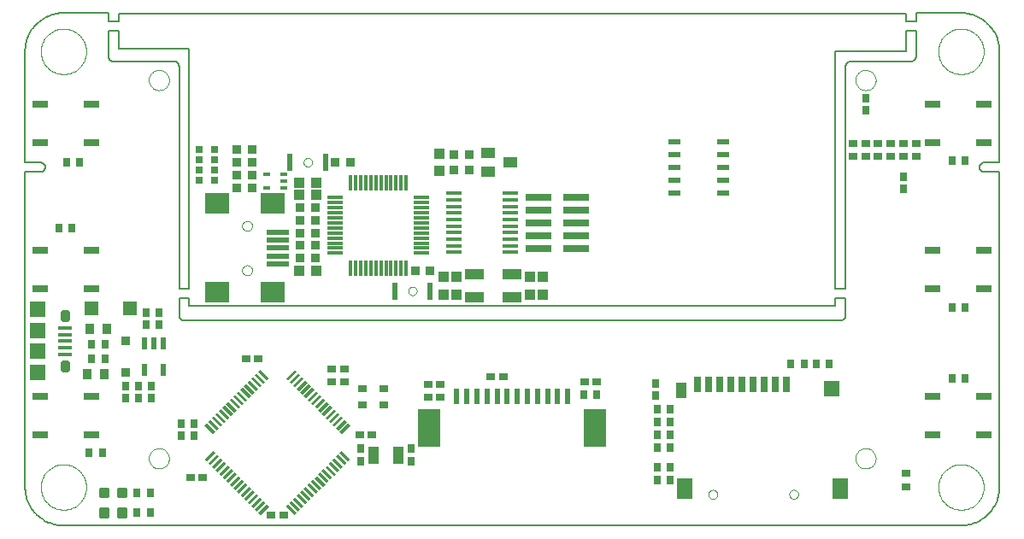
<source format=gtp>
G75*
%MOIN*%
%OFA0B0*%
%FSLAX24Y24*%
%IPPOS*%
%LPD*%
%AMOC8*
5,1,8,0,0,1.08239X$1,22.5*
%
%ADD10C,0.0050*%
%ADD11C,0.0000*%
%ADD12R,0.0217X0.0472*%
%ADD13R,0.0276X0.0354*%
%ADD14R,0.0291X0.0364*%
%ADD15R,0.0370X0.0400*%
%ADD16R,0.0600X0.0300*%
%ADD17R,0.0364X0.0291*%
%ADD18R,0.0551X0.0551*%
%ADD19R,0.0531X0.0157*%
%ADD20C,0.0281*%
%ADD21R,0.0610X0.0648*%
%ADD22R,0.0610X0.0591*%
%ADD23R,0.0300X0.0600*%
%ADD24R,0.0400X0.0600*%
%ADD25R,0.0600X0.0800*%
%ADD26R,0.0600X0.0600*%
%ADD27R,0.0197X0.0591*%
%ADD28R,0.0866X0.1496*%
%ADD29R,0.0472X0.0118*%
%ADD30R,0.0118X0.0472*%
%ADD31R,0.0354X0.0276*%
%ADD32C,0.0118*%
%ADD33R,0.0374X0.0354*%
%ADD34R,0.0394X0.0709*%
%ADD35R,0.0354X0.0256*%
%ADD36R,0.0500X0.0200*%
%ADD37R,0.0591X0.0118*%
%ADD38R,0.0118X0.0591*%
%ADD39R,0.0551X0.0394*%
%ADD40R,0.1024X0.0256*%
%ADD41R,0.0354X0.0354*%
%ADD42R,0.0945X0.0787*%
%ADD43R,0.0909X0.0197*%
%ADD44R,0.0236X0.0669*%
%ADD45R,0.0630X0.0138*%
%ADD46R,0.0425X0.0413*%
%ADD47R,0.0748X0.0433*%
%ADD48R,0.0315X0.0315*%
%ADD49R,0.0315X0.0138*%
%ADD50R,0.0413X0.0425*%
D10*
X002625Y004169D02*
X037625Y004169D01*
X037701Y004171D01*
X037777Y004177D01*
X037852Y004186D01*
X037927Y004200D01*
X038001Y004217D01*
X038074Y004238D01*
X038146Y004262D01*
X038217Y004291D01*
X038286Y004322D01*
X038353Y004357D01*
X038418Y004396D01*
X038482Y004438D01*
X038543Y004483D01*
X038602Y004531D01*
X038658Y004582D01*
X038712Y004636D01*
X038763Y004692D01*
X038811Y004751D01*
X038856Y004812D01*
X038898Y004876D01*
X038937Y004941D01*
X038972Y005008D01*
X039003Y005077D01*
X039032Y005148D01*
X039056Y005220D01*
X039077Y005293D01*
X039094Y005367D01*
X039108Y005442D01*
X039117Y005517D01*
X039123Y005593D01*
X039125Y005669D01*
X039125Y017976D01*
X038515Y017976D01*
X038490Y017978D01*
X038465Y017983D01*
X038441Y017992D01*
X038419Y018004D01*
X038399Y018019D01*
X038381Y018037D01*
X038366Y018057D01*
X038354Y018079D01*
X038345Y018103D01*
X038340Y018128D01*
X038338Y018153D01*
X038340Y018178D01*
X038345Y018203D01*
X038354Y018227D01*
X038366Y018249D01*
X038381Y018269D01*
X038399Y018287D01*
X038419Y018302D01*
X038441Y018314D01*
X038465Y018323D01*
X038490Y018328D01*
X038515Y018330D01*
X039125Y018330D01*
X039125Y022669D01*
X039123Y022745D01*
X039117Y022821D01*
X039108Y022896D01*
X039094Y022971D01*
X039077Y023045D01*
X039056Y023118D01*
X039032Y023190D01*
X039003Y023261D01*
X038972Y023330D01*
X038937Y023397D01*
X038898Y023462D01*
X038856Y023526D01*
X038811Y023587D01*
X038763Y023646D01*
X038712Y023702D01*
X038658Y023756D01*
X038602Y023807D01*
X038543Y023855D01*
X038482Y023900D01*
X038418Y023942D01*
X038353Y023981D01*
X038286Y024016D01*
X038217Y024047D01*
X038146Y024076D01*
X038074Y024100D01*
X038001Y024121D01*
X037927Y024138D01*
X037852Y024152D01*
X037777Y024161D01*
X037701Y024167D01*
X037625Y024169D01*
X035869Y024169D01*
X035869Y023854D01*
X035475Y023854D01*
X035475Y024149D01*
X004767Y024149D01*
X004767Y023854D01*
X004373Y023854D01*
X004373Y024169D01*
X002625Y024169D01*
X002549Y024167D01*
X002473Y024161D01*
X002398Y024152D01*
X002323Y024138D01*
X002249Y024121D01*
X002176Y024100D01*
X002104Y024076D01*
X002033Y024047D01*
X001964Y024016D01*
X001897Y023981D01*
X001832Y023942D01*
X001768Y023900D01*
X001707Y023855D01*
X001648Y023807D01*
X001592Y023756D01*
X001538Y023702D01*
X001487Y023646D01*
X001439Y023587D01*
X001394Y023526D01*
X001352Y023462D01*
X001313Y023397D01*
X001278Y023330D01*
X001247Y023261D01*
X001218Y023190D01*
X001194Y023118D01*
X001173Y023045D01*
X001156Y022971D01*
X001142Y022896D01*
X001133Y022821D01*
X001127Y022745D01*
X001125Y022669D01*
X001125Y018330D01*
X001735Y018330D01*
X001760Y018328D01*
X001785Y018323D01*
X001809Y018314D01*
X001831Y018302D01*
X001851Y018287D01*
X001869Y018269D01*
X001884Y018249D01*
X001896Y018227D01*
X001905Y018203D01*
X001910Y018178D01*
X001912Y018153D01*
X001910Y018128D01*
X001905Y018103D01*
X001896Y018079D01*
X001884Y018057D01*
X001869Y018037D01*
X001851Y018019D01*
X001831Y018004D01*
X001809Y017992D01*
X001785Y017983D01*
X001760Y017978D01*
X001735Y017976D01*
X001125Y017976D01*
X001125Y005669D01*
X001127Y005593D01*
X001133Y005517D01*
X001142Y005442D01*
X001156Y005367D01*
X001173Y005293D01*
X001194Y005220D01*
X001218Y005148D01*
X001247Y005077D01*
X001278Y005008D01*
X001313Y004941D01*
X001352Y004876D01*
X001394Y004812D01*
X001439Y004751D01*
X001487Y004692D01*
X001538Y004636D01*
X001592Y004582D01*
X001648Y004531D01*
X001707Y004483D01*
X001768Y004438D01*
X001832Y004396D01*
X001897Y004357D01*
X001964Y004322D01*
X002033Y004291D01*
X002104Y004262D01*
X002176Y004238D01*
X002249Y004217D01*
X002323Y004200D01*
X002398Y004186D01*
X002473Y004177D01*
X002549Y004171D01*
X002625Y004169D01*
X007330Y012169D02*
X032920Y012169D01*
X032946Y012171D01*
X032971Y012176D01*
X032995Y012184D01*
X033019Y012195D01*
X033040Y012210D01*
X033059Y012227D01*
X033076Y012246D01*
X033091Y012268D01*
X033102Y012291D01*
X033110Y012315D01*
X033115Y012340D01*
X033117Y012366D01*
X033117Y013027D01*
X032719Y013027D01*
X032719Y012732D01*
X007523Y012732D01*
X007523Y013027D01*
X007133Y013027D01*
X007133Y012366D01*
X007135Y012340D01*
X007140Y012315D01*
X007148Y012291D01*
X007159Y012268D01*
X007174Y012246D01*
X007191Y012227D01*
X007210Y012210D01*
X007232Y012195D01*
X007255Y012184D01*
X007279Y012176D01*
X007304Y012171D01*
X007330Y012169D01*
X007523Y013421D02*
X007133Y013421D01*
X007133Y022082D01*
X007131Y022108D01*
X007126Y022133D01*
X007118Y022157D01*
X007107Y022181D01*
X007092Y022202D01*
X007075Y022221D01*
X007056Y022238D01*
X007035Y022253D01*
X007011Y022264D01*
X006987Y022272D01*
X006962Y022277D01*
X006936Y022279D01*
X004570Y022279D01*
X004544Y022281D01*
X004519Y022286D01*
X004495Y022294D01*
X004472Y022305D01*
X004450Y022320D01*
X004431Y022337D01*
X004414Y022356D01*
X004399Y022378D01*
X004388Y022401D01*
X004380Y022425D01*
X004375Y022450D01*
X004373Y022476D01*
X004373Y023460D01*
X004767Y023460D01*
X004767Y022771D01*
X007523Y022771D01*
X007523Y013421D01*
X032719Y013421D02*
X033117Y013421D01*
X033117Y022082D01*
X033119Y022108D01*
X033124Y022133D01*
X033132Y022157D01*
X033143Y022181D01*
X033158Y022202D01*
X033175Y022221D01*
X033194Y022238D01*
X033216Y022253D01*
X033239Y022264D01*
X033263Y022272D01*
X033288Y022277D01*
X033314Y022279D01*
X035672Y022279D01*
X035698Y022281D01*
X035723Y022286D01*
X035747Y022294D01*
X035771Y022305D01*
X035792Y022320D01*
X035811Y022337D01*
X035828Y022356D01*
X035843Y022378D01*
X035854Y022401D01*
X035862Y022425D01*
X035867Y022450D01*
X035869Y022476D01*
X035869Y023460D01*
X035475Y023460D01*
X035475Y022673D01*
X032719Y022673D01*
X032719Y013421D01*
D11*
X033511Y006787D02*
X033513Y006826D01*
X033519Y006865D01*
X033529Y006903D01*
X033542Y006940D01*
X033559Y006975D01*
X033579Y007009D01*
X033603Y007040D01*
X033630Y007069D01*
X033659Y007095D01*
X033691Y007118D01*
X033725Y007138D01*
X033761Y007154D01*
X033798Y007166D01*
X033837Y007175D01*
X033876Y007180D01*
X033915Y007181D01*
X033954Y007178D01*
X033993Y007171D01*
X034030Y007160D01*
X034067Y007146D01*
X034102Y007128D01*
X034135Y007107D01*
X034166Y007082D01*
X034194Y007055D01*
X034219Y007025D01*
X034241Y006992D01*
X034260Y006958D01*
X034275Y006922D01*
X034287Y006884D01*
X034295Y006846D01*
X034299Y006807D01*
X034299Y006767D01*
X034295Y006728D01*
X034287Y006690D01*
X034275Y006652D01*
X034260Y006616D01*
X034241Y006582D01*
X034219Y006549D01*
X034194Y006519D01*
X034166Y006492D01*
X034135Y006467D01*
X034102Y006446D01*
X034067Y006428D01*
X034030Y006414D01*
X033993Y006403D01*
X033954Y006396D01*
X033915Y006393D01*
X033876Y006394D01*
X033837Y006399D01*
X033798Y006408D01*
X033761Y006420D01*
X033725Y006436D01*
X033691Y006456D01*
X033659Y006479D01*
X033630Y006505D01*
X033603Y006534D01*
X033579Y006565D01*
X033559Y006599D01*
X033542Y006634D01*
X033529Y006671D01*
X033519Y006709D01*
X033513Y006748D01*
X033511Y006787D01*
X030926Y005387D02*
X030928Y005413D01*
X030934Y005439D01*
X030943Y005463D01*
X030956Y005486D01*
X030973Y005506D01*
X030992Y005524D01*
X031014Y005539D01*
X031037Y005550D01*
X031062Y005558D01*
X031088Y005562D01*
X031114Y005562D01*
X031140Y005558D01*
X031165Y005550D01*
X031189Y005539D01*
X031210Y005524D01*
X031229Y005506D01*
X031246Y005486D01*
X031259Y005463D01*
X031268Y005439D01*
X031274Y005413D01*
X031276Y005387D01*
X031274Y005361D01*
X031268Y005335D01*
X031259Y005311D01*
X031246Y005288D01*
X031229Y005268D01*
X031210Y005250D01*
X031188Y005235D01*
X031165Y005224D01*
X031140Y005216D01*
X031114Y005212D01*
X031088Y005212D01*
X031062Y005216D01*
X031037Y005224D01*
X031013Y005235D01*
X030992Y005250D01*
X030973Y005268D01*
X030956Y005288D01*
X030943Y005311D01*
X030934Y005335D01*
X030928Y005361D01*
X030926Y005387D01*
X027776Y005387D02*
X027778Y005413D01*
X027784Y005439D01*
X027793Y005463D01*
X027806Y005486D01*
X027823Y005506D01*
X027842Y005524D01*
X027864Y005539D01*
X027887Y005550D01*
X027912Y005558D01*
X027938Y005562D01*
X027964Y005562D01*
X027990Y005558D01*
X028015Y005550D01*
X028039Y005539D01*
X028060Y005524D01*
X028079Y005506D01*
X028096Y005486D01*
X028109Y005463D01*
X028118Y005439D01*
X028124Y005413D01*
X028126Y005387D01*
X028124Y005361D01*
X028118Y005335D01*
X028109Y005311D01*
X028096Y005288D01*
X028079Y005268D01*
X028060Y005250D01*
X028038Y005235D01*
X028015Y005224D01*
X027990Y005216D01*
X027964Y005212D01*
X027938Y005212D01*
X027912Y005216D01*
X027887Y005224D01*
X027863Y005235D01*
X027842Y005250D01*
X027823Y005268D01*
X027806Y005288D01*
X027793Y005311D01*
X027784Y005335D01*
X027778Y005361D01*
X027776Y005387D01*
X036739Y005669D02*
X036741Y005728D01*
X036747Y005787D01*
X036757Y005845D01*
X036770Y005903D01*
X036788Y005960D01*
X036809Y006015D01*
X036834Y006069D01*
X036863Y006121D01*
X036895Y006170D01*
X036930Y006218D01*
X036968Y006263D01*
X037009Y006306D01*
X037053Y006346D01*
X037099Y006382D01*
X037148Y006416D01*
X037199Y006446D01*
X037252Y006473D01*
X037307Y006496D01*
X037362Y006515D01*
X037420Y006531D01*
X037478Y006543D01*
X037536Y006551D01*
X037595Y006555D01*
X037655Y006555D01*
X037714Y006551D01*
X037772Y006543D01*
X037830Y006531D01*
X037888Y006515D01*
X037943Y006496D01*
X037998Y006473D01*
X038051Y006446D01*
X038102Y006416D01*
X038151Y006382D01*
X038197Y006346D01*
X038241Y006306D01*
X038282Y006263D01*
X038320Y006218D01*
X038355Y006170D01*
X038387Y006121D01*
X038416Y006069D01*
X038441Y006015D01*
X038462Y005960D01*
X038480Y005903D01*
X038493Y005845D01*
X038503Y005787D01*
X038509Y005728D01*
X038511Y005669D01*
X038509Y005610D01*
X038503Y005551D01*
X038493Y005493D01*
X038480Y005435D01*
X038462Y005378D01*
X038441Y005323D01*
X038416Y005269D01*
X038387Y005217D01*
X038355Y005168D01*
X038320Y005120D01*
X038282Y005075D01*
X038241Y005032D01*
X038197Y004992D01*
X038151Y004956D01*
X038102Y004922D01*
X038051Y004892D01*
X037998Y004865D01*
X037943Y004842D01*
X037888Y004823D01*
X037830Y004807D01*
X037772Y004795D01*
X037714Y004787D01*
X037655Y004783D01*
X037595Y004783D01*
X037536Y004787D01*
X037478Y004795D01*
X037420Y004807D01*
X037362Y004823D01*
X037307Y004842D01*
X037252Y004865D01*
X037199Y004892D01*
X037148Y004922D01*
X037099Y004956D01*
X037053Y004992D01*
X037009Y005032D01*
X036968Y005075D01*
X036930Y005120D01*
X036895Y005168D01*
X036863Y005217D01*
X036834Y005269D01*
X036809Y005323D01*
X036788Y005378D01*
X036770Y005435D01*
X036757Y005493D01*
X036747Y005551D01*
X036741Y005610D01*
X036739Y005669D01*
X016066Y013322D02*
X016068Y013347D01*
X016074Y013372D01*
X016083Y013396D01*
X016096Y013418D01*
X016113Y013438D01*
X016132Y013455D01*
X016153Y013469D01*
X016177Y013479D01*
X016201Y013486D01*
X016227Y013489D01*
X016252Y013488D01*
X016277Y013483D01*
X016301Y013474D01*
X016324Y013462D01*
X016344Y013447D01*
X016362Y013428D01*
X016377Y013407D01*
X016388Y013384D01*
X016396Y013360D01*
X016400Y013335D01*
X016400Y013309D01*
X016396Y013284D01*
X016388Y013260D01*
X016377Y013237D01*
X016362Y013216D01*
X016344Y013197D01*
X016324Y013182D01*
X016301Y013170D01*
X016277Y013161D01*
X016252Y013156D01*
X016227Y013155D01*
X016201Y013158D01*
X016177Y013165D01*
X016153Y013175D01*
X016132Y013189D01*
X016113Y013206D01*
X016096Y013226D01*
X016083Y013248D01*
X016074Y013272D01*
X016068Y013297D01*
X016066Y013322D01*
X009589Y014129D02*
X009591Y014156D01*
X009597Y014183D01*
X009606Y014209D01*
X009619Y014233D01*
X009635Y014256D01*
X009654Y014275D01*
X009676Y014292D01*
X009700Y014306D01*
X009725Y014316D01*
X009752Y014323D01*
X009779Y014326D01*
X009807Y014325D01*
X009834Y014320D01*
X009860Y014312D01*
X009884Y014300D01*
X009907Y014284D01*
X009928Y014266D01*
X009945Y014245D01*
X009960Y014221D01*
X009971Y014196D01*
X009979Y014170D01*
X009983Y014143D01*
X009983Y014115D01*
X009979Y014088D01*
X009971Y014062D01*
X009960Y014037D01*
X009945Y014013D01*
X009928Y013992D01*
X009907Y013974D01*
X009885Y013958D01*
X009860Y013946D01*
X009834Y013938D01*
X009807Y013933D01*
X009779Y013932D01*
X009752Y013935D01*
X009725Y013942D01*
X009700Y013952D01*
X009676Y013966D01*
X009654Y013983D01*
X009635Y014002D01*
X009619Y014025D01*
X009606Y014049D01*
X009597Y014075D01*
X009591Y014102D01*
X009589Y014129D01*
X009589Y015862D02*
X009591Y015889D01*
X009597Y015916D01*
X009606Y015942D01*
X009619Y015966D01*
X009635Y015989D01*
X009654Y016008D01*
X009676Y016025D01*
X009700Y016039D01*
X009725Y016049D01*
X009752Y016056D01*
X009779Y016059D01*
X009807Y016058D01*
X009834Y016053D01*
X009860Y016045D01*
X009884Y016033D01*
X009907Y016017D01*
X009928Y015999D01*
X009945Y015978D01*
X009960Y015954D01*
X009971Y015929D01*
X009979Y015903D01*
X009983Y015876D01*
X009983Y015848D01*
X009979Y015821D01*
X009971Y015795D01*
X009960Y015770D01*
X009945Y015746D01*
X009928Y015725D01*
X009907Y015707D01*
X009885Y015691D01*
X009860Y015679D01*
X009834Y015671D01*
X009807Y015666D01*
X009779Y015665D01*
X009752Y015668D01*
X009725Y015675D01*
X009700Y015685D01*
X009676Y015699D01*
X009654Y015716D01*
X009635Y015735D01*
X009619Y015758D01*
X009606Y015782D01*
X009597Y015808D01*
X009591Y015835D01*
X009589Y015862D01*
X011982Y018342D02*
X011984Y018367D01*
X011990Y018392D01*
X011999Y018416D01*
X012012Y018438D01*
X012029Y018458D01*
X012048Y018475D01*
X012069Y018489D01*
X012093Y018499D01*
X012117Y018506D01*
X012143Y018509D01*
X012168Y018508D01*
X012193Y018503D01*
X012217Y018494D01*
X012240Y018482D01*
X012260Y018467D01*
X012278Y018448D01*
X012293Y018427D01*
X012304Y018404D01*
X012312Y018380D01*
X012316Y018355D01*
X012316Y018329D01*
X012312Y018304D01*
X012304Y018280D01*
X012293Y018257D01*
X012278Y018236D01*
X012260Y018217D01*
X012240Y018202D01*
X012217Y018190D01*
X012193Y018181D01*
X012168Y018176D01*
X012143Y018175D01*
X012117Y018178D01*
X012093Y018185D01*
X012069Y018195D01*
X012048Y018209D01*
X012029Y018226D01*
X012012Y018246D01*
X011999Y018268D01*
X011990Y018292D01*
X011984Y018317D01*
X011982Y018342D01*
X005951Y021551D02*
X005953Y021590D01*
X005959Y021629D01*
X005969Y021667D01*
X005982Y021704D01*
X005999Y021739D01*
X006019Y021773D01*
X006043Y021804D01*
X006070Y021833D01*
X006099Y021859D01*
X006131Y021882D01*
X006165Y021902D01*
X006201Y021918D01*
X006238Y021930D01*
X006277Y021939D01*
X006316Y021944D01*
X006355Y021945D01*
X006394Y021942D01*
X006433Y021935D01*
X006470Y021924D01*
X006507Y021910D01*
X006542Y021892D01*
X006575Y021871D01*
X006606Y021846D01*
X006634Y021819D01*
X006659Y021789D01*
X006681Y021756D01*
X006700Y021722D01*
X006715Y021686D01*
X006727Y021648D01*
X006735Y021610D01*
X006739Y021571D01*
X006739Y021531D01*
X006735Y021492D01*
X006727Y021454D01*
X006715Y021416D01*
X006700Y021380D01*
X006681Y021346D01*
X006659Y021313D01*
X006634Y021283D01*
X006606Y021256D01*
X006575Y021231D01*
X006542Y021210D01*
X006507Y021192D01*
X006470Y021178D01*
X006433Y021167D01*
X006394Y021160D01*
X006355Y021157D01*
X006316Y021158D01*
X006277Y021163D01*
X006238Y021172D01*
X006201Y021184D01*
X006165Y021200D01*
X006131Y021220D01*
X006099Y021243D01*
X006070Y021269D01*
X006043Y021298D01*
X006019Y021329D01*
X005999Y021363D01*
X005982Y021398D01*
X005969Y021435D01*
X005959Y021473D01*
X005953Y021512D01*
X005951Y021551D01*
X001739Y022669D02*
X001741Y022728D01*
X001747Y022787D01*
X001757Y022845D01*
X001770Y022903D01*
X001788Y022960D01*
X001809Y023015D01*
X001834Y023069D01*
X001863Y023121D01*
X001895Y023170D01*
X001930Y023218D01*
X001968Y023263D01*
X002009Y023306D01*
X002053Y023346D01*
X002099Y023382D01*
X002148Y023416D01*
X002199Y023446D01*
X002252Y023473D01*
X002307Y023496D01*
X002362Y023515D01*
X002420Y023531D01*
X002478Y023543D01*
X002536Y023551D01*
X002595Y023555D01*
X002655Y023555D01*
X002714Y023551D01*
X002772Y023543D01*
X002830Y023531D01*
X002888Y023515D01*
X002943Y023496D01*
X002998Y023473D01*
X003051Y023446D01*
X003102Y023416D01*
X003151Y023382D01*
X003197Y023346D01*
X003241Y023306D01*
X003282Y023263D01*
X003320Y023218D01*
X003355Y023170D01*
X003387Y023121D01*
X003416Y023069D01*
X003441Y023015D01*
X003462Y022960D01*
X003480Y022903D01*
X003493Y022845D01*
X003503Y022787D01*
X003509Y022728D01*
X003511Y022669D01*
X003509Y022610D01*
X003503Y022551D01*
X003493Y022493D01*
X003480Y022435D01*
X003462Y022378D01*
X003441Y022323D01*
X003416Y022269D01*
X003387Y022217D01*
X003355Y022168D01*
X003320Y022120D01*
X003282Y022075D01*
X003241Y022032D01*
X003197Y021992D01*
X003151Y021956D01*
X003102Y021922D01*
X003051Y021892D01*
X002998Y021865D01*
X002943Y021842D01*
X002888Y021823D01*
X002830Y021807D01*
X002772Y021795D01*
X002714Y021787D01*
X002655Y021783D01*
X002595Y021783D01*
X002536Y021787D01*
X002478Y021795D01*
X002420Y021807D01*
X002362Y021823D01*
X002307Y021842D01*
X002252Y021865D01*
X002199Y021892D01*
X002148Y021922D01*
X002099Y021956D01*
X002053Y021992D01*
X002009Y022032D01*
X001968Y022075D01*
X001930Y022120D01*
X001895Y022168D01*
X001863Y022217D01*
X001834Y022269D01*
X001809Y022323D01*
X001788Y022378D01*
X001770Y022435D01*
X001757Y022493D01*
X001747Y022551D01*
X001741Y022610D01*
X001739Y022669D01*
X005951Y006787D02*
X005953Y006826D01*
X005959Y006865D01*
X005969Y006903D01*
X005982Y006940D01*
X005999Y006975D01*
X006019Y007009D01*
X006043Y007040D01*
X006070Y007069D01*
X006099Y007095D01*
X006131Y007118D01*
X006165Y007138D01*
X006201Y007154D01*
X006238Y007166D01*
X006277Y007175D01*
X006316Y007180D01*
X006355Y007181D01*
X006394Y007178D01*
X006433Y007171D01*
X006470Y007160D01*
X006507Y007146D01*
X006542Y007128D01*
X006575Y007107D01*
X006606Y007082D01*
X006634Y007055D01*
X006659Y007025D01*
X006681Y006992D01*
X006700Y006958D01*
X006715Y006922D01*
X006727Y006884D01*
X006735Y006846D01*
X006739Y006807D01*
X006739Y006767D01*
X006735Y006728D01*
X006727Y006690D01*
X006715Y006652D01*
X006700Y006616D01*
X006681Y006582D01*
X006659Y006549D01*
X006634Y006519D01*
X006606Y006492D01*
X006575Y006467D01*
X006542Y006446D01*
X006507Y006428D01*
X006470Y006414D01*
X006433Y006403D01*
X006394Y006396D01*
X006355Y006393D01*
X006316Y006394D01*
X006277Y006399D01*
X006238Y006408D01*
X006201Y006420D01*
X006165Y006436D01*
X006131Y006456D01*
X006099Y006479D01*
X006070Y006505D01*
X006043Y006534D01*
X006019Y006565D01*
X005999Y006599D01*
X005982Y006634D01*
X005969Y006671D01*
X005959Y006709D01*
X005953Y006748D01*
X005951Y006787D01*
X001739Y005669D02*
X001741Y005728D01*
X001747Y005787D01*
X001757Y005845D01*
X001770Y005903D01*
X001788Y005960D01*
X001809Y006015D01*
X001834Y006069D01*
X001863Y006121D01*
X001895Y006170D01*
X001930Y006218D01*
X001968Y006263D01*
X002009Y006306D01*
X002053Y006346D01*
X002099Y006382D01*
X002148Y006416D01*
X002199Y006446D01*
X002252Y006473D01*
X002307Y006496D01*
X002362Y006515D01*
X002420Y006531D01*
X002478Y006543D01*
X002536Y006551D01*
X002595Y006555D01*
X002655Y006555D01*
X002714Y006551D01*
X002772Y006543D01*
X002830Y006531D01*
X002888Y006515D01*
X002943Y006496D01*
X002998Y006473D01*
X003051Y006446D01*
X003102Y006416D01*
X003151Y006382D01*
X003197Y006346D01*
X003241Y006306D01*
X003282Y006263D01*
X003320Y006218D01*
X003355Y006170D01*
X003387Y006121D01*
X003416Y006069D01*
X003441Y006015D01*
X003462Y005960D01*
X003480Y005903D01*
X003493Y005845D01*
X003503Y005787D01*
X003509Y005728D01*
X003511Y005669D01*
X003509Y005610D01*
X003503Y005551D01*
X003493Y005493D01*
X003480Y005435D01*
X003462Y005378D01*
X003441Y005323D01*
X003416Y005269D01*
X003387Y005217D01*
X003355Y005168D01*
X003320Y005120D01*
X003282Y005075D01*
X003241Y005032D01*
X003197Y004992D01*
X003151Y004956D01*
X003102Y004922D01*
X003051Y004892D01*
X002998Y004865D01*
X002943Y004842D01*
X002888Y004823D01*
X002830Y004807D01*
X002772Y004795D01*
X002714Y004787D01*
X002655Y004783D01*
X002595Y004783D01*
X002536Y004787D01*
X002478Y004795D01*
X002420Y004807D01*
X002362Y004823D01*
X002307Y004842D01*
X002252Y004865D01*
X002199Y004892D01*
X002148Y004922D01*
X002099Y004956D01*
X002053Y004992D01*
X002009Y005032D01*
X001968Y005075D01*
X001930Y005120D01*
X001895Y005168D01*
X001863Y005217D01*
X001834Y005269D01*
X001809Y005323D01*
X001788Y005378D01*
X001770Y005435D01*
X001757Y005493D01*
X001747Y005551D01*
X001741Y005610D01*
X001739Y005669D01*
X033511Y021551D02*
X033513Y021590D01*
X033519Y021629D01*
X033529Y021667D01*
X033542Y021704D01*
X033559Y021739D01*
X033579Y021773D01*
X033603Y021804D01*
X033630Y021833D01*
X033659Y021859D01*
X033691Y021882D01*
X033725Y021902D01*
X033761Y021918D01*
X033798Y021930D01*
X033837Y021939D01*
X033876Y021944D01*
X033915Y021945D01*
X033954Y021942D01*
X033993Y021935D01*
X034030Y021924D01*
X034067Y021910D01*
X034102Y021892D01*
X034135Y021871D01*
X034166Y021846D01*
X034194Y021819D01*
X034219Y021789D01*
X034241Y021756D01*
X034260Y021722D01*
X034275Y021686D01*
X034287Y021648D01*
X034295Y021610D01*
X034299Y021571D01*
X034299Y021531D01*
X034295Y021492D01*
X034287Y021454D01*
X034275Y021416D01*
X034260Y021380D01*
X034241Y021346D01*
X034219Y021313D01*
X034194Y021283D01*
X034166Y021256D01*
X034135Y021231D01*
X034102Y021210D01*
X034067Y021192D01*
X034030Y021178D01*
X033993Y021167D01*
X033954Y021160D01*
X033915Y021157D01*
X033876Y021158D01*
X033837Y021163D01*
X033798Y021172D01*
X033761Y021184D01*
X033725Y021200D01*
X033691Y021220D01*
X033659Y021243D01*
X033630Y021269D01*
X033603Y021298D01*
X033579Y021329D01*
X033559Y021363D01*
X033542Y021398D01*
X033529Y021435D01*
X033519Y021473D01*
X033513Y021512D01*
X033511Y021551D01*
X036739Y022669D02*
X036741Y022728D01*
X036747Y022787D01*
X036757Y022845D01*
X036770Y022903D01*
X036788Y022960D01*
X036809Y023015D01*
X036834Y023069D01*
X036863Y023121D01*
X036895Y023170D01*
X036930Y023218D01*
X036968Y023263D01*
X037009Y023306D01*
X037053Y023346D01*
X037099Y023382D01*
X037148Y023416D01*
X037199Y023446D01*
X037252Y023473D01*
X037307Y023496D01*
X037362Y023515D01*
X037420Y023531D01*
X037478Y023543D01*
X037536Y023551D01*
X037595Y023555D01*
X037655Y023555D01*
X037714Y023551D01*
X037772Y023543D01*
X037830Y023531D01*
X037888Y023515D01*
X037943Y023496D01*
X037998Y023473D01*
X038051Y023446D01*
X038102Y023416D01*
X038151Y023382D01*
X038197Y023346D01*
X038241Y023306D01*
X038282Y023263D01*
X038320Y023218D01*
X038355Y023170D01*
X038387Y023121D01*
X038416Y023069D01*
X038441Y023015D01*
X038462Y022960D01*
X038480Y022903D01*
X038493Y022845D01*
X038503Y022787D01*
X038509Y022728D01*
X038511Y022669D01*
X038509Y022610D01*
X038503Y022551D01*
X038493Y022493D01*
X038480Y022435D01*
X038462Y022378D01*
X038441Y022323D01*
X038416Y022269D01*
X038387Y022217D01*
X038355Y022168D01*
X038320Y022120D01*
X038282Y022075D01*
X038241Y022032D01*
X038197Y021992D01*
X038151Y021956D01*
X038102Y021922D01*
X038051Y021892D01*
X037998Y021865D01*
X037943Y021842D01*
X037888Y021823D01*
X037830Y021807D01*
X037772Y021795D01*
X037714Y021787D01*
X037655Y021783D01*
X037595Y021783D01*
X037536Y021787D01*
X037478Y021795D01*
X037420Y021807D01*
X037362Y021823D01*
X037307Y021842D01*
X037252Y021865D01*
X037199Y021892D01*
X037148Y021922D01*
X037099Y021956D01*
X037053Y021992D01*
X037009Y022032D01*
X036968Y022075D01*
X036930Y022120D01*
X036895Y022168D01*
X036863Y022217D01*
X036834Y022269D01*
X036809Y022323D01*
X036788Y022378D01*
X036770Y022435D01*
X036757Y022493D01*
X036747Y022551D01*
X036741Y022610D01*
X036739Y022669D01*
D12*
X006519Y011275D03*
X006145Y011275D03*
X005771Y011275D03*
X005771Y010251D03*
X006519Y010251D03*
D13*
X004235Y010665D03*
X003723Y010665D03*
X003723Y011255D03*
X004235Y011255D03*
X004137Y007023D03*
X003625Y007023D03*
X005495Y005448D03*
X006007Y005448D03*
X006007Y004661D03*
X005495Y004661D03*
X002956Y015783D03*
X002444Y015783D03*
X002739Y018342D03*
X003251Y018342D03*
X022916Y009287D03*
X023428Y009287D03*
X025771Y008696D03*
X026282Y008696D03*
X026282Y008204D03*
X025771Y008204D03*
X025771Y007712D03*
X026282Y007712D03*
X026282Y007220D03*
X025771Y007220D03*
X025771Y006433D03*
X025771Y005940D03*
X026282Y005940D03*
X026282Y006433D03*
X030987Y010468D03*
X031499Y010468D03*
X031971Y010468D03*
X032483Y010468D03*
X037269Y009919D03*
X037781Y009919D03*
X037781Y012669D03*
X037269Y012669D03*
X037269Y018419D03*
X037781Y018419D03*
D14*
X035377Y017791D03*
X035377Y017318D03*
X033901Y020370D03*
X033901Y020842D03*
X025731Y009720D03*
X025731Y009248D03*
X016184Y007161D03*
X016184Y006688D03*
X014216Y006688D03*
X014216Y007161D03*
X007719Y007673D03*
X007227Y007673D03*
X007227Y008145D03*
X007719Y008145D03*
X006046Y009149D03*
X005554Y009149D03*
X005554Y009622D03*
X006046Y009622D03*
X005062Y009622D03*
X005062Y009149D03*
X005849Y012003D03*
X005849Y012476D03*
X006342Y012476D03*
X006342Y012003D03*
D15*
X004314Y011846D03*
X003645Y011846D03*
X003546Y010074D03*
X004216Y010074D03*
D16*
X003725Y009219D03*
X001725Y009219D03*
X001725Y007719D03*
X003725Y007719D03*
X003725Y013419D03*
X001725Y013419D03*
X001725Y014919D03*
X003725Y014919D03*
X003725Y019119D03*
X003725Y020619D03*
X001725Y020619D03*
X001725Y019119D03*
X036525Y019119D03*
X036525Y020619D03*
X038525Y020619D03*
X038525Y019119D03*
X038525Y014919D03*
X038525Y013419D03*
X036525Y013419D03*
X036525Y014919D03*
X036525Y009219D03*
X036525Y007719D03*
X038525Y007719D03*
X038525Y009219D03*
D17*
X023408Y009779D03*
X022936Y009779D03*
X019767Y009976D03*
X019294Y009976D03*
X017306Y009681D03*
X017306Y009188D03*
X016834Y009188D03*
X016834Y009681D03*
X014649Y007712D03*
X014176Y007712D03*
X013566Y009779D03*
X013094Y009779D03*
X013094Y010271D03*
X013566Y010271D03*
X010219Y010665D03*
X009747Y010665D03*
X008054Y006039D03*
X007582Y006039D03*
X010731Y004562D03*
X011204Y004562D03*
D18*
X005219Y012633D03*
X003723Y012633D03*
D19*
X002688Y011881D03*
X002688Y011625D03*
X002688Y011369D03*
X002688Y011113D03*
X002688Y010857D03*
D20*
X002641Y010491D02*
X002641Y010279D01*
X002641Y010491D02*
X002735Y010491D01*
X002735Y010279D01*
X002641Y010279D01*
X002641Y012247D02*
X002641Y012459D01*
X002735Y012459D01*
X002735Y012247D01*
X002641Y012247D01*
D21*
X001625Y012598D03*
X001625Y010139D03*
D22*
X001625Y010975D03*
X001625Y011762D03*
D23*
X027361Y009678D03*
X027794Y009678D03*
X028227Y009678D03*
X028660Y009678D03*
X029093Y009678D03*
X029526Y009678D03*
X029959Y009678D03*
X030392Y009678D03*
X030825Y009678D03*
D24*
X026713Y009442D03*
D25*
X026849Y005594D03*
X032912Y005594D03*
D26*
X032590Y009524D03*
D27*
X022290Y009198D03*
X021897Y009198D03*
X021503Y009198D03*
X021109Y009198D03*
X020716Y009198D03*
X020322Y009198D03*
X019928Y009198D03*
X019534Y009198D03*
X019141Y009198D03*
X018747Y009198D03*
X018353Y009198D03*
X017960Y009198D03*
D28*
X016897Y007979D03*
X023353Y007979D03*
D29*
G36*
X013390Y007835D02*
X013723Y008168D01*
X013806Y008085D01*
X013473Y007752D01*
X013390Y007835D01*
G37*
G36*
X013251Y007974D02*
X013584Y008307D01*
X013667Y008224D01*
X013334Y007891D01*
X013251Y007974D01*
G37*
G36*
X013112Y008113D02*
X013445Y008446D01*
X013528Y008363D01*
X013195Y008030D01*
X013112Y008113D01*
G37*
G36*
X012973Y008252D02*
X013306Y008585D01*
X013389Y008502D01*
X013056Y008169D01*
X012973Y008252D01*
G37*
G36*
X012834Y008391D02*
X013167Y008724D01*
X013250Y008641D01*
X012917Y008308D01*
X012834Y008391D01*
G37*
G36*
X012694Y008531D02*
X013027Y008864D01*
X013110Y008781D01*
X012777Y008448D01*
X012694Y008531D01*
G37*
G36*
X012555Y008670D02*
X012888Y009003D01*
X012971Y008920D01*
X012638Y008587D01*
X012555Y008670D01*
G37*
G36*
X012416Y008809D02*
X012749Y009142D01*
X012832Y009059D01*
X012499Y008726D01*
X012416Y008809D01*
G37*
G36*
X012277Y008948D02*
X012610Y009281D01*
X012693Y009198D01*
X012360Y008865D01*
X012277Y008948D01*
G37*
G36*
X012138Y009087D02*
X012471Y009420D01*
X012554Y009337D01*
X012221Y009004D01*
X012138Y009087D01*
G37*
G36*
X011998Y009227D02*
X012331Y009560D01*
X012414Y009477D01*
X012081Y009144D01*
X011998Y009227D01*
G37*
G36*
X011859Y009366D02*
X012192Y009699D01*
X012275Y009616D01*
X011942Y009283D01*
X011859Y009366D01*
G37*
G36*
X011720Y009505D02*
X012053Y009838D01*
X012136Y009755D01*
X011803Y009422D01*
X011720Y009505D01*
G37*
G36*
X011581Y009644D02*
X011914Y009977D01*
X011997Y009894D01*
X011664Y009561D01*
X011581Y009644D01*
G37*
G36*
X011442Y009783D02*
X011775Y010116D01*
X011858Y010033D01*
X011525Y009700D01*
X011442Y009783D01*
G37*
G36*
X011302Y009923D02*
X011635Y010256D01*
X011718Y010173D01*
X011385Y009840D01*
X011302Y009923D01*
G37*
G36*
X008129Y006749D02*
X008462Y007082D01*
X008545Y006999D01*
X008212Y006666D01*
X008129Y006749D01*
G37*
G36*
X008268Y006610D02*
X008601Y006943D01*
X008684Y006860D01*
X008351Y006527D01*
X008268Y006610D01*
G37*
G36*
X008407Y006471D02*
X008740Y006804D01*
X008823Y006721D01*
X008490Y006388D01*
X008407Y006471D01*
G37*
G36*
X008546Y006331D02*
X008879Y006664D01*
X008962Y006581D01*
X008629Y006248D01*
X008546Y006331D01*
G37*
G36*
X008686Y006192D02*
X009019Y006525D01*
X009102Y006442D01*
X008769Y006109D01*
X008686Y006192D01*
G37*
G36*
X008825Y006053D02*
X009158Y006386D01*
X009241Y006303D01*
X008908Y005970D01*
X008825Y006053D01*
G37*
G36*
X008964Y005914D02*
X009297Y006247D01*
X009380Y006164D01*
X009047Y005831D01*
X008964Y005914D01*
G37*
G36*
X009103Y005775D02*
X009436Y006108D01*
X009519Y006025D01*
X009186Y005692D01*
X009103Y005775D01*
G37*
G36*
X009242Y005635D02*
X009575Y005968D01*
X009658Y005885D01*
X009325Y005552D01*
X009242Y005635D01*
G37*
G36*
X009381Y005496D02*
X009714Y005829D01*
X009797Y005746D01*
X009464Y005413D01*
X009381Y005496D01*
G37*
G36*
X009521Y005357D02*
X009854Y005690D01*
X009937Y005607D01*
X009604Y005274D01*
X009521Y005357D01*
G37*
G36*
X009660Y005218D02*
X009993Y005551D01*
X010076Y005468D01*
X009743Y005135D01*
X009660Y005218D01*
G37*
G36*
X009799Y005079D02*
X010132Y005412D01*
X010215Y005329D01*
X009882Y004996D01*
X009799Y005079D01*
G37*
G36*
X009938Y004939D02*
X010271Y005272D01*
X010354Y005189D01*
X010021Y004856D01*
X009938Y004939D01*
G37*
G36*
X010077Y004800D02*
X010410Y005133D01*
X010493Y005050D01*
X010160Y004717D01*
X010077Y004800D01*
G37*
G36*
X010217Y004661D02*
X010550Y004994D01*
X010633Y004911D01*
X010300Y004578D01*
X010217Y004661D01*
G37*
D30*
G36*
X011302Y004911D02*
X011385Y004994D01*
X011718Y004661D01*
X011635Y004578D01*
X011302Y004911D01*
G37*
G36*
X011442Y005050D02*
X011525Y005133D01*
X011858Y004800D01*
X011775Y004717D01*
X011442Y005050D01*
G37*
G36*
X011581Y005189D02*
X011664Y005272D01*
X011997Y004939D01*
X011914Y004856D01*
X011581Y005189D01*
G37*
G36*
X011720Y005329D02*
X011803Y005412D01*
X012136Y005079D01*
X012053Y004996D01*
X011720Y005329D01*
G37*
G36*
X011859Y005468D02*
X011942Y005551D01*
X012275Y005218D01*
X012192Y005135D01*
X011859Y005468D01*
G37*
G36*
X011998Y005607D02*
X012081Y005690D01*
X012414Y005357D01*
X012331Y005274D01*
X011998Y005607D01*
G37*
G36*
X012138Y005746D02*
X012221Y005829D01*
X012554Y005496D01*
X012471Y005413D01*
X012138Y005746D01*
G37*
G36*
X012277Y005885D02*
X012360Y005968D01*
X012693Y005635D01*
X012610Y005552D01*
X012277Y005885D01*
G37*
G36*
X012416Y006025D02*
X012499Y006108D01*
X012832Y005775D01*
X012749Y005692D01*
X012416Y006025D01*
G37*
G36*
X012555Y006164D02*
X012638Y006247D01*
X012971Y005914D01*
X012888Y005831D01*
X012555Y006164D01*
G37*
G36*
X012694Y006303D02*
X012777Y006386D01*
X013110Y006053D01*
X013027Y005970D01*
X012694Y006303D01*
G37*
G36*
X012834Y006442D02*
X012917Y006525D01*
X013250Y006192D01*
X013167Y006109D01*
X012834Y006442D01*
G37*
G36*
X012973Y006581D02*
X013056Y006664D01*
X013389Y006331D01*
X013306Y006248D01*
X012973Y006581D01*
G37*
G36*
X013112Y006721D02*
X013195Y006804D01*
X013528Y006471D01*
X013445Y006388D01*
X013112Y006721D01*
G37*
G36*
X013251Y006860D02*
X013334Y006943D01*
X013667Y006610D01*
X013584Y006527D01*
X013251Y006860D01*
G37*
G36*
X013390Y006999D02*
X013473Y007082D01*
X013806Y006749D01*
X013723Y006666D01*
X013390Y006999D01*
G37*
G36*
X009799Y009755D02*
X009882Y009838D01*
X010215Y009505D01*
X010132Y009422D01*
X009799Y009755D01*
G37*
G36*
X009660Y009616D02*
X009743Y009699D01*
X010076Y009366D01*
X009993Y009283D01*
X009660Y009616D01*
G37*
G36*
X009521Y009477D02*
X009604Y009560D01*
X009937Y009227D01*
X009854Y009144D01*
X009521Y009477D01*
G37*
G36*
X009381Y009337D02*
X009464Y009420D01*
X009797Y009087D01*
X009714Y009004D01*
X009381Y009337D01*
G37*
G36*
X009242Y009198D02*
X009325Y009281D01*
X009658Y008948D01*
X009575Y008865D01*
X009242Y009198D01*
G37*
G36*
X009103Y009059D02*
X009186Y009142D01*
X009519Y008809D01*
X009436Y008726D01*
X009103Y009059D01*
G37*
G36*
X008964Y008920D02*
X009047Y009003D01*
X009380Y008670D01*
X009297Y008587D01*
X008964Y008920D01*
G37*
G36*
X008825Y008781D02*
X008908Y008864D01*
X009241Y008531D01*
X009158Y008448D01*
X008825Y008781D01*
G37*
G36*
X008686Y008641D02*
X008769Y008724D01*
X009102Y008391D01*
X009019Y008308D01*
X008686Y008641D01*
G37*
G36*
X008546Y008502D02*
X008629Y008585D01*
X008962Y008252D01*
X008879Y008169D01*
X008546Y008502D01*
G37*
G36*
X008407Y008363D02*
X008490Y008446D01*
X008823Y008113D01*
X008740Y008030D01*
X008407Y008363D01*
G37*
G36*
X008268Y008224D02*
X008351Y008307D01*
X008684Y007974D01*
X008601Y007891D01*
X008268Y008224D01*
G37*
G36*
X008129Y008085D02*
X008212Y008168D01*
X008545Y007835D01*
X008462Y007752D01*
X008129Y008085D01*
G37*
G36*
X009938Y009894D02*
X010021Y009977D01*
X010354Y009644D01*
X010271Y009561D01*
X009938Y009894D01*
G37*
G36*
X010077Y010033D02*
X010160Y010116D01*
X010493Y009783D01*
X010410Y009700D01*
X010077Y010033D01*
G37*
G36*
X010217Y010173D02*
X010300Y010256D01*
X010633Y009923D01*
X010550Y009840D01*
X010217Y010173D01*
G37*
D31*
X033408Y018578D03*
X033901Y018578D03*
X034393Y018578D03*
X034885Y018578D03*
X034885Y019090D03*
X034393Y019090D03*
X033901Y019090D03*
X033408Y019090D03*
X035377Y019090D03*
X035869Y019090D03*
X035869Y018578D03*
X035377Y018578D03*
X035475Y006196D03*
X035475Y005685D03*
D32*
X004777Y005586D02*
X004777Y005310D01*
X004777Y005586D02*
X005053Y005586D01*
X005053Y005310D01*
X004777Y005310D01*
X004777Y005427D02*
X005053Y005427D01*
X005053Y005544D02*
X004777Y005544D01*
X004087Y005586D02*
X004087Y005310D01*
X004087Y005586D02*
X004363Y005586D01*
X004363Y005310D01*
X004087Y005310D01*
X004087Y005427D02*
X004363Y005427D01*
X004363Y005544D02*
X004087Y005544D01*
X004087Y004799D02*
X004087Y004523D01*
X004087Y004799D02*
X004363Y004799D01*
X004363Y004523D01*
X004087Y004523D01*
X004087Y004640D02*
X004363Y004640D01*
X004363Y004757D02*
X004087Y004757D01*
X004777Y004799D02*
X004777Y004523D01*
X004777Y004799D02*
X005053Y004799D01*
X005053Y004523D01*
X004777Y004523D01*
X004777Y004640D02*
X005053Y004640D01*
X005053Y004757D02*
X004777Y004757D01*
D33*
X005062Y010143D03*
X005062Y011383D03*
D34*
X014708Y006925D03*
X015692Y006925D03*
D35*
X015121Y008864D03*
X014294Y008864D03*
X014294Y009513D03*
X015121Y009513D03*
D36*
X026455Y017145D03*
X026455Y017645D03*
X026455Y018145D03*
X026455Y018645D03*
X026455Y019145D03*
X028355Y019145D03*
X028355Y018645D03*
X028355Y018145D03*
X028355Y017645D03*
X028355Y017145D03*
D37*
X016578Y016964D03*
X016578Y016767D03*
X016578Y016570D03*
X016578Y016374D03*
X016578Y016177D03*
X016578Y015980D03*
X016578Y015783D03*
X016578Y015586D03*
X016578Y015389D03*
X016578Y015192D03*
X016578Y014996D03*
X016578Y014799D03*
X013231Y014799D03*
X013231Y014996D03*
X013231Y015192D03*
X013231Y015389D03*
X013231Y015586D03*
X013231Y015783D03*
X013231Y015980D03*
X013231Y016177D03*
X013231Y016374D03*
X013231Y016570D03*
X013231Y016767D03*
X013231Y016964D03*
D38*
X013822Y017555D03*
X014019Y017555D03*
X014216Y017555D03*
X014412Y017555D03*
X014609Y017555D03*
X014806Y017555D03*
X015003Y017555D03*
X015200Y017555D03*
X015397Y017555D03*
X015594Y017555D03*
X015790Y017555D03*
X015987Y017555D03*
X015987Y014208D03*
X015790Y014208D03*
X015594Y014208D03*
X015397Y014208D03*
X015200Y014208D03*
X015003Y014208D03*
X014806Y014208D03*
X014609Y014208D03*
X014412Y014208D03*
X014216Y014208D03*
X014019Y014208D03*
X013822Y014208D03*
D39*
X019196Y017968D03*
X019196Y018716D03*
X020062Y018342D03*
D40*
X021164Y016980D03*
X021164Y016480D03*
X021164Y015980D03*
X021164Y015480D03*
X021164Y014980D03*
X022621Y014980D03*
X022621Y015480D03*
X022621Y015980D03*
X022621Y016480D03*
X022621Y016980D03*
D41*
X018448Y018047D03*
X017857Y018047D03*
X017857Y018637D03*
X018448Y018637D03*
X013822Y018342D03*
X013231Y018342D03*
X012444Y016570D03*
X011853Y016570D03*
X011853Y016078D03*
X012444Y016078D03*
X012444Y015586D03*
X012444Y015094D03*
X011853Y015094D03*
X011853Y015586D03*
X011853Y014602D03*
X012444Y014602D03*
X009983Y017358D03*
X009983Y017850D03*
X009983Y018342D03*
X009983Y018834D03*
X009393Y018834D03*
X009393Y018342D03*
X009393Y017850D03*
X009393Y017358D03*
X016332Y014110D03*
X016922Y014110D03*
D42*
X010771Y013263D03*
X008605Y013263D03*
X008605Y016728D03*
X010771Y016728D03*
D43*
X010993Y015625D03*
X010993Y015311D03*
X010993Y014996D03*
X010993Y014681D03*
X010993Y014366D03*
D44*
X015544Y013322D03*
X016922Y013322D03*
X012838Y018342D03*
X011460Y018342D03*
D45*
X017838Y017131D03*
X017838Y016875D03*
X017838Y016620D03*
X017838Y016364D03*
X017838Y016108D03*
X017838Y015852D03*
X017838Y015596D03*
X017838Y015340D03*
X017838Y015084D03*
X017838Y014828D03*
X020042Y014828D03*
X020042Y015084D03*
X020042Y015340D03*
X020042Y015596D03*
X020042Y015852D03*
X020042Y016108D03*
X020042Y016364D03*
X020042Y016620D03*
X020042Y016875D03*
X020042Y017131D03*
D46*
X017267Y017998D03*
X017267Y018687D03*
X017464Y013864D03*
X017956Y013864D03*
X017956Y013175D03*
X017464Y013175D03*
X020810Y013175D03*
X021302Y013175D03*
X021302Y013864D03*
X020810Y013864D03*
D47*
X020111Y013972D03*
X020111Y013066D03*
X018655Y013066D03*
X018655Y013972D03*
D48*
X008507Y017653D03*
X007916Y017653D03*
X007916Y018047D03*
X007916Y018440D03*
X007916Y018834D03*
X008507Y018834D03*
X008507Y018440D03*
X008507Y018047D03*
D49*
X010534Y017860D03*
X010534Y017348D03*
X011204Y017348D03*
X011204Y017604D03*
X011204Y017860D03*
D50*
X011804Y017555D03*
X012493Y017555D03*
X012493Y017062D03*
X011804Y017062D03*
X011804Y014110D03*
X012493Y014110D03*
M02*

</source>
